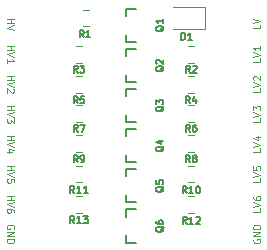
<source format=gbr>
G04 #@! TF.GenerationSoftware,KiCad,Pcbnew,(5.1.9)-1*
G04 #@! TF.CreationDate,2021-04-25T10:49:25+05:30*
G04 #@! TF.ProjectId,LOGIC LEVEL SHIFTER,4c4f4749-4320-44c4-9556-454c20534849,rev?*
G04 #@! TF.SameCoordinates,Original*
G04 #@! TF.FileFunction,Legend,Top*
G04 #@! TF.FilePolarity,Positive*
%FSLAX46Y46*%
G04 Gerber Fmt 4.6, Leading zero omitted, Abs format (unit mm)*
G04 Created by KiCad (PCBNEW (5.1.9)-1) date 2021-04-25 10:49:25*
%MOMM*%
%LPD*%
G01*
G04 APERTURE LIST*
%ADD10C,0.100000*%
%ADD11C,0.120000*%
%ADD12C,0.203200*%
%ADD13C,0.150000*%
G04 APERTURE END LIST*
D10*
X19871428Y-221428D02*
X19871428Y-507142D01*
X19271428Y-507142D01*
X19271428Y-107142D02*
X19871428Y92857D01*
X19271428Y292857D01*
X-1591428Y278571D02*
X-991428Y278571D01*
X-1277142Y278571D02*
X-1277142Y-64285D01*
X-1591428Y-64285D02*
X-991428Y-64285D01*
X-991428Y-264285D02*
X-1591428Y-464285D01*
X-991428Y-664285D01*
X-1020000Y-17472857D02*
X-991428Y-17415714D01*
X-991428Y-17330000D01*
X-1020000Y-17244285D01*
X-1077142Y-17187142D01*
X-1134285Y-17158571D01*
X-1248571Y-17130000D01*
X-1334285Y-17130000D01*
X-1448571Y-17158571D01*
X-1505714Y-17187142D01*
X-1562857Y-17244285D01*
X-1591428Y-17330000D01*
X-1591428Y-17387142D01*
X-1562857Y-17472857D01*
X-1534285Y-17501428D01*
X-1334285Y-17501428D01*
X-1334285Y-17387142D01*
X-1591428Y-17758571D02*
X-991428Y-17758571D01*
X-1591428Y-18101428D01*
X-991428Y-18101428D01*
X-1591428Y-18387142D02*
X-991428Y-18387142D01*
X-991428Y-18530000D01*
X-1020000Y-18615714D01*
X-1077142Y-18672857D01*
X-1134285Y-18701428D01*
X-1248571Y-18730000D01*
X-1334285Y-18730000D01*
X-1448571Y-18701428D01*
X-1505714Y-18672857D01*
X-1562857Y-18615714D01*
X-1591428Y-18530000D01*
X-1591428Y-18387142D01*
X-1591428Y-14675714D02*
X-991428Y-14675714D01*
X-1277142Y-14675714D02*
X-1277142Y-15018571D01*
X-1591428Y-15018571D02*
X-991428Y-15018571D01*
X-991428Y-15218571D02*
X-1591428Y-15418571D01*
X-991428Y-15618571D01*
X-991428Y-16075714D02*
X-991428Y-15961428D01*
X-1020000Y-15904285D01*
X-1048571Y-15875714D01*
X-1134285Y-15818571D01*
X-1248571Y-15790000D01*
X-1477142Y-15790000D01*
X-1534285Y-15818571D01*
X-1562857Y-15847142D01*
X-1591428Y-15904285D01*
X-1591428Y-16018571D01*
X-1562857Y-16075714D01*
X-1534285Y-16104285D01*
X-1477142Y-16132857D01*
X-1334285Y-16132857D01*
X-1277142Y-16104285D01*
X-1248571Y-16075714D01*
X-1220000Y-16018571D01*
X-1220000Y-15904285D01*
X-1248571Y-15847142D01*
X-1277142Y-15818571D01*
X-1334285Y-15790000D01*
X-1591428Y-12135714D02*
X-991428Y-12135714D01*
X-1277142Y-12135714D02*
X-1277142Y-12478571D01*
X-1591428Y-12478571D02*
X-991428Y-12478571D01*
X-991428Y-12678571D02*
X-1591428Y-12878571D01*
X-991428Y-13078571D01*
X-991428Y-13564285D02*
X-991428Y-13278571D01*
X-1277142Y-13250000D01*
X-1248571Y-13278571D01*
X-1220000Y-13335714D01*
X-1220000Y-13478571D01*
X-1248571Y-13535714D01*
X-1277142Y-13564285D01*
X-1334285Y-13592857D01*
X-1477142Y-13592857D01*
X-1534285Y-13564285D01*
X-1562857Y-13535714D01*
X-1591428Y-13478571D01*
X-1591428Y-13335714D01*
X-1562857Y-13278571D01*
X-1534285Y-13250000D01*
X-1591428Y-9595714D02*
X-991428Y-9595714D01*
X-1277142Y-9595714D02*
X-1277142Y-9938571D01*
X-1591428Y-9938571D02*
X-991428Y-9938571D01*
X-991428Y-10138571D02*
X-1591428Y-10338571D01*
X-991428Y-10538571D01*
X-1191428Y-10995714D02*
X-1591428Y-10995714D01*
X-962857Y-10852857D02*
X-1391428Y-10710000D01*
X-1391428Y-11081428D01*
X-1591428Y-7055714D02*
X-991428Y-7055714D01*
X-1277142Y-7055714D02*
X-1277142Y-7398571D01*
X-1591428Y-7398571D02*
X-991428Y-7398571D01*
X-991428Y-7598571D02*
X-1591428Y-7798571D01*
X-991428Y-7998571D01*
X-991428Y-8141428D02*
X-991428Y-8512857D01*
X-1220000Y-8312857D01*
X-1220000Y-8398571D01*
X-1248571Y-8455714D01*
X-1277142Y-8484285D01*
X-1334285Y-8512857D01*
X-1477142Y-8512857D01*
X-1534285Y-8484285D01*
X-1562857Y-8455714D01*
X-1591428Y-8398571D01*
X-1591428Y-8227142D01*
X-1562857Y-8170000D01*
X-1534285Y-8141428D01*
X-1591428Y-4515714D02*
X-991428Y-4515714D01*
X-1277142Y-4515714D02*
X-1277142Y-4858571D01*
X-1591428Y-4858571D02*
X-991428Y-4858571D01*
X-991428Y-5058571D02*
X-1591428Y-5258571D01*
X-991428Y-5458571D01*
X-1048571Y-5630000D02*
X-1020000Y-5658571D01*
X-991428Y-5715714D01*
X-991428Y-5858571D01*
X-1020000Y-5915714D01*
X-1048571Y-5944285D01*
X-1105714Y-5972857D01*
X-1162857Y-5972857D01*
X-1248571Y-5944285D01*
X-1591428Y-5601428D01*
X-1591428Y-5972857D01*
X-1591428Y-1975714D02*
X-991428Y-1975714D01*
X-1277142Y-1975714D02*
X-1277142Y-2318571D01*
X-1591428Y-2318571D02*
X-991428Y-2318571D01*
X-991428Y-2518571D02*
X-1591428Y-2718571D01*
X-991428Y-2918571D01*
X-1591428Y-3432857D02*
X-1591428Y-3090000D01*
X-1591428Y-3261428D02*
X-991428Y-3261428D01*
X-1077142Y-3204285D01*
X-1134285Y-3147142D01*
X-1162857Y-3090000D01*
X19300000Y-18387142D02*
X19271428Y-18444285D01*
X19271428Y-18530000D01*
X19300000Y-18615714D01*
X19357142Y-18672857D01*
X19414285Y-18701428D01*
X19528571Y-18730000D01*
X19614285Y-18730000D01*
X19728571Y-18701428D01*
X19785714Y-18672857D01*
X19842857Y-18615714D01*
X19871428Y-18530000D01*
X19871428Y-18472857D01*
X19842857Y-18387142D01*
X19814285Y-18358571D01*
X19614285Y-18358571D01*
X19614285Y-18472857D01*
X19871428Y-18101428D02*
X19271428Y-18101428D01*
X19871428Y-17758571D01*
X19271428Y-17758571D01*
X19871428Y-17472857D02*
X19271428Y-17472857D01*
X19271428Y-17330000D01*
X19300000Y-17244285D01*
X19357142Y-17187142D01*
X19414285Y-17158571D01*
X19528571Y-17130000D01*
X19614285Y-17130000D01*
X19728571Y-17158571D01*
X19785714Y-17187142D01*
X19842857Y-17244285D01*
X19871428Y-17330000D01*
X19871428Y-17472857D01*
X19871428Y-15747142D02*
X19871428Y-16032857D01*
X19271428Y-16032857D01*
X19271428Y-15632857D02*
X19871428Y-15432857D01*
X19271428Y-15232857D01*
X19271428Y-14775714D02*
X19271428Y-14890000D01*
X19300000Y-14947142D01*
X19328571Y-14975714D01*
X19414285Y-15032857D01*
X19528571Y-15061428D01*
X19757142Y-15061428D01*
X19814285Y-15032857D01*
X19842857Y-15004285D01*
X19871428Y-14947142D01*
X19871428Y-14832857D01*
X19842857Y-14775714D01*
X19814285Y-14747142D01*
X19757142Y-14718571D01*
X19614285Y-14718571D01*
X19557142Y-14747142D01*
X19528571Y-14775714D01*
X19500000Y-14832857D01*
X19500000Y-14947142D01*
X19528571Y-15004285D01*
X19557142Y-15032857D01*
X19614285Y-15061428D01*
X19871428Y-13207142D02*
X19871428Y-13492857D01*
X19271428Y-13492857D01*
X19271428Y-13092857D02*
X19871428Y-12892857D01*
X19271428Y-12692857D01*
X19271428Y-12207142D02*
X19271428Y-12492857D01*
X19557142Y-12521428D01*
X19528571Y-12492857D01*
X19500000Y-12435714D01*
X19500000Y-12292857D01*
X19528571Y-12235714D01*
X19557142Y-12207142D01*
X19614285Y-12178571D01*
X19757142Y-12178571D01*
X19814285Y-12207142D01*
X19842857Y-12235714D01*
X19871428Y-12292857D01*
X19871428Y-12435714D01*
X19842857Y-12492857D01*
X19814285Y-12521428D01*
X19871428Y-10667142D02*
X19871428Y-10952857D01*
X19271428Y-10952857D01*
X19271428Y-10552857D02*
X19871428Y-10352857D01*
X19271428Y-10152857D01*
X19471428Y-9695714D02*
X19871428Y-9695714D01*
X19242857Y-9838571D02*
X19671428Y-9981428D01*
X19671428Y-9610000D01*
X19871428Y-8127142D02*
X19871428Y-8412857D01*
X19271428Y-8412857D01*
X19271428Y-8012857D02*
X19871428Y-7812857D01*
X19271428Y-7612857D01*
X19271428Y-7470000D02*
X19271428Y-7098571D01*
X19500000Y-7298571D01*
X19500000Y-7212857D01*
X19528571Y-7155714D01*
X19557142Y-7127142D01*
X19614285Y-7098571D01*
X19757142Y-7098571D01*
X19814285Y-7127142D01*
X19842857Y-7155714D01*
X19871428Y-7212857D01*
X19871428Y-7384285D01*
X19842857Y-7441428D01*
X19814285Y-7470000D01*
X19871428Y-5587142D02*
X19871428Y-5872857D01*
X19271428Y-5872857D01*
X19271428Y-5472857D02*
X19871428Y-5272857D01*
X19271428Y-5072857D01*
X19328571Y-4901428D02*
X19300000Y-4872857D01*
X19271428Y-4815714D01*
X19271428Y-4672857D01*
X19300000Y-4615714D01*
X19328571Y-4587142D01*
X19385714Y-4558571D01*
X19442857Y-4558571D01*
X19528571Y-4587142D01*
X19871428Y-4930000D01*
X19871428Y-4558571D01*
X19871428Y-3047142D02*
X19871428Y-3332857D01*
X19271428Y-3332857D01*
X19271428Y-2932857D02*
X19871428Y-2732857D01*
X19271428Y-2532857D01*
X19871428Y-2018571D02*
X19871428Y-2361428D01*
X19871428Y-2190000D02*
X19271428Y-2190000D01*
X19357142Y-2247142D01*
X19414285Y-2304285D01*
X19442857Y-2361428D01*
D11*
X5321078Y-360000D02*
X4803922Y-360000D01*
X5321078Y1060000D02*
X4803922Y1060000D01*
X4241422Y-16110000D02*
X4758578Y-16110000D01*
X4241422Y-14690000D02*
X4758578Y-14690000D01*
X4241422Y-9590000D02*
X4758578Y-9590000D01*
X4241422Y-11010000D02*
X4758578Y-11010000D01*
X4241422Y-4540000D02*
X4758578Y-4540000D01*
X4241422Y-5960000D02*
X4758578Y-5960000D01*
X13741422Y-14690000D02*
X14258578Y-14690000D01*
X13741422Y-16110000D02*
X14258578Y-16110000D01*
X13741422Y-9590000D02*
X14258578Y-9590000D01*
X13741422Y-11010000D02*
X14258578Y-11010000D01*
X13741422Y-4540000D02*
X14258578Y-4540000D01*
X13741422Y-5960000D02*
X14258578Y-5960000D01*
X4241422Y-12140000D02*
X4758578Y-12140000D01*
X4241422Y-13560000D02*
X4758578Y-13560000D01*
X4241422Y-7040000D02*
X4758578Y-7040000D01*
X4241422Y-8460000D02*
X4758578Y-8460000D01*
X4241422Y-1990000D02*
X4758578Y-1990000D01*
X4241422Y-3410000D02*
X4758578Y-3410000D01*
X13741422Y-12140000D02*
X14258578Y-12140000D01*
X13741422Y-13560000D02*
X14258578Y-13560000D01*
X13741422Y-7040000D02*
X14258578Y-7040000D01*
X13741422Y-8460000D02*
X14258578Y-8460000D01*
X13741422Y-1990000D02*
X14258578Y-1990000D01*
X13741422Y-3410000D02*
X14258578Y-3410000D01*
D12*
X8511500Y-18047560D02*
X8511500Y-18649540D01*
X8511500Y-18649540D02*
X9309060Y-18649540D01*
X8511500Y-16452440D02*
X8511500Y-15850460D01*
X8511500Y-15850460D02*
X9309060Y-15850460D01*
X8511500Y-11247560D02*
X8511500Y-11849540D01*
X8511500Y-11849540D02*
X9309060Y-11849540D01*
X8511500Y-9652440D02*
X8511500Y-9050460D01*
X8511500Y-9050460D02*
X9309060Y-9050460D01*
X8511500Y-4447560D02*
X8511500Y-5049540D01*
X8511500Y-5049540D02*
X9309060Y-5049540D01*
X8511500Y-2852440D02*
X8511500Y-2250460D01*
X8511500Y-2250460D02*
X9309060Y-2250460D01*
X8511500Y-14647560D02*
X8511500Y-15249540D01*
X8511500Y-15249540D02*
X9309060Y-15249540D01*
X8511500Y-13052440D02*
X8511500Y-12450460D01*
X8511500Y-12450460D02*
X9309060Y-12450460D01*
X8511500Y-7847560D02*
X8511500Y-8449540D01*
X8511500Y-8449540D02*
X9309060Y-8449540D01*
X8511500Y-6252440D02*
X8511500Y-5650460D01*
X8511500Y-5650460D02*
X9309060Y-5650460D01*
X8511500Y-1047560D02*
X8511500Y-1649540D01*
X8511500Y-1649540D02*
X9309060Y-1649540D01*
X8511500Y547560D02*
X8511500Y1149540D01*
X8511500Y1149540D02*
X9309060Y1149540D01*
D11*
X12500000Y-610000D02*
X15185000Y-610000D01*
X15185000Y-610000D02*
X15185000Y1310000D01*
X15185000Y1310000D02*
X12500000Y1310000D01*
D13*
X4900000Y-1271428D02*
X4700000Y-985714D01*
X4557142Y-1271428D02*
X4557142Y-671428D01*
X4785714Y-671428D01*
X4842857Y-700000D01*
X4871428Y-728571D01*
X4900000Y-785714D01*
X4900000Y-871428D01*
X4871428Y-928571D01*
X4842857Y-957142D01*
X4785714Y-985714D01*
X4557142Y-985714D01*
X5471428Y-1271428D02*
X5128571Y-1271428D01*
X5300000Y-1271428D02*
X5300000Y-671428D01*
X5242857Y-757142D01*
X5185714Y-814285D01*
X5128571Y-842857D01*
X4114285Y-17021428D02*
X3914285Y-16735714D01*
X3771428Y-17021428D02*
X3771428Y-16421428D01*
X4000000Y-16421428D01*
X4057142Y-16450000D01*
X4085714Y-16478571D01*
X4114285Y-16535714D01*
X4114285Y-16621428D01*
X4085714Y-16678571D01*
X4057142Y-16707142D01*
X4000000Y-16735714D01*
X3771428Y-16735714D01*
X4685714Y-17021428D02*
X4342857Y-17021428D01*
X4514285Y-17021428D02*
X4514285Y-16421428D01*
X4457142Y-16507142D01*
X4400000Y-16564285D01*
X4342857Y-16592857D01*
X4885714Y-16421428D02*
X5257142Y-16421428D01*
X5057142Y-16650000D01*
X5142857Y-16650000D01*
X5200000Y-16678571D01*
X5228571Y-16707142D01*
X5257142Y-16764285D01*
X5257142Y-16907142D01*
X5228571Y-16964285D01*
X5200000Y-16992857D01*
X5142857Y-17021428D01*
X4971428Y-17021428D01*
X4914285Y-16992857D01*
X4885714Y-16964285D01*
X4400000Y-11871428D02*
X4200000Y-11585714D01*
X4057142Y-11871428D02*
X4057142Y-11271428D01*
X4285714Y-11271428D01*
X4342857Y-11300000D01*
X4371428Y-11328571D01*
X4400000Y-11385714D01*
X4400000Y-11471428D01*
X4371428Y-11528571D01*
X4342857Y-11557142D01*
X4285714Y-11585714D01*
X4057142Y-11585714D01*
X4685714Y-11871428D02*
X4800000Y-11871428D01*
X4857142Y-11842857D01*
X4885714Y-11814285D01*
X4942857Y-11728571D01*
X4971428Y-11614285D01*
X4971428Y-11385714D01*
X4942857Y-11328571D01*
X4914285Y-11300000D01*
X4857142Y-11271428D01*
X4742857Y-11271428D01*
X4685714Y-11300000D01*
X4657142Y-11328571D01*
X4628571Y-11385714D01*
X4628571Y-11528571D01*
X4657142Y-11585714D01*
X4685714Y-11614285D01*
X4742857Y-11642857D01*
X4857142Y-11642857D01*
X4914285Y-11614285D01*
X4942857Y-11585714D01*
X4971428Y-11528571D01*
X4400000Y-6871428D02*
X4200000Y-6585714D01*
X4057142Y-6871428D02*
X4057142Y-6271428D01*
X4285714Y-6271428D01*
X4342857Y-6300000D01*
X4371428Y-6328571D01*
X4400000Y-6385714D01*
X4400000Y-6471428D01*
X4371428Y-6528571D01*
X4342857Y-6557142D01*
X4285714Y-6585714D01*
X4057142Y-6585714D01*
X4942857Y-6271428D02*
X4657142Y-6271428D01*
X4628571Y-6557142D01*
X4657142Y-6528571D01*
X4714285Y-6500000D01*
X4857142Y-6500000D01*
X4914285Y-6528571D01*
X4942857Y-6557142D01*
X4971428Y-6614285D01*
X4971428Y-6757142D01*
X4942857Y-6814285D01*
X4914285Y-6842857D01*
X4857142Y-6871428D01*
X4714285Y-6871428D01*
X4657142Y-6842857D01*
X4628571Y-6814285D01*
X13614285Y-17071428D02*
X13414285Y-16785714D01*
X13271428Y-17071428D02*
X13271428Y-16471428D01*
X13500000Y-16471428D01*
X13557142Y-16500000D01*
X13585714Y-16528571D01*
X13614285Y-16585714D01*
X13614285Y-16671428D01*
X13585714Y-16728571D01*
X13557142Y-16757142D01*
X13500000Y-16785714D01*
X13271428Y-16785714D01*
X14185714Y-17071428D02*
X13842857Y-17071428D01*
X14014285Y-17071428D02*
X14014285Y-16471428D01*
X13957142Y-16557142D01*
X13900000Y-16614285D01*
X13842857Y-16642857D01*
X14414285Y-16528571D02*
X14442857Y-16500000D01*
X14500000Y-16471428D01*
X14642857Y-16471428D01*
X14700000Y-16500000D01*
X14728571Y-16528571D01*
X14757142Y-16585714D01*
X14757142Y-16642857D01*
X14728571Y-16728571D01*
X14385714Y-17071428D01*
X14757142Y-17071428D01*
X13900000Y-11871428D02*
X13700000Y-11585714D01*
X13557142Y-11871428D02*
X13557142Y-11271428D01*
X13785714Y-11271428D01*
X13842857Y-11300000D01*
X13871428Y-11328571D01*
X13900000Y-11385714D01*
X13900000Y-11471428D01*
X13871428Y-11528571D01*
X13842857Y-11557142D01*
X13785714Y-11585714D01*
X13557142Y-11585714D01*
X14242857Y-11528571D02*
X14185714Y-11500000D01*
X14157142Y-11471428D01*
X14128571Y-11414285D01*
X14128571Y-11385714D01*
X14157142Y-11328571D01*
X14185714Y-11300000D01*
X14242857Y-11271428D01*
X14357142Y-11271428D01*
X14414285Y-11300000D01*
X14442857Y-11328571D01*
X14471428Y-11385714D01*
X14471428Y-11414285D01*
X14442857Y-11471428D01*
X14414285Y-11500000D01*
X14357142Y-11528571D01*
X14242857Y-11528571D01*
X14185714Y-11557142D01*
X14157142Y-11585714D01*
X14128571Y-11642857D01*
X14128571Y-11757142D01*
X14157142Y-11814285D01*
X14185714Y-11842857D01*
X14242857Y-11871428D01*
X14357142Y-11871428D01*
X14414285Y-11842857D01*
X14442857Y-11814285D01*
X14471428Y-11757142D01*
X14471428Y-11642857D01*
X14442857Y-11585714D01*
X14414285Y-11557142D01*
X14357142Y-11528571D01*
X13900000Y-6871428D02*
X13700000Y-6585714D01*
X13557142Y-6871428D02*
X13557142Y-6271428D01*
X13785714Y-6271428D01*
X13842857Y-6300000D01*
X13871428Y-6328571D01*
X13900000Y-6385714D01*
X13900000Y-6471428D01*
X13871428Y-6528571D01*
X13842857Y-6557142D01*
X13785714Y-6585714D01*
X13557142Y-6585714D01*
X14414285Y-6471428D02*
X14414285Y-6871428D01*
X14271428Y-6242857D02*
X14128571Y-6671428D01*
X14500000Y-6671428D01*
X4114285Y-14471428D02*
X3914285Y-14185714D01*
X3771428Y-14471428D02*
X3771428Y-13871428D01*
X4000000Y-13871428D01*
X4057142Y-13900000D01*
X4085714Y-13928571D01*
X4114285Y-13985714D01*
X4114285Y-14071428D01*
X4085714Y-14128571D01*
X4057142Y-14157142D01*
X4000000Y-14185714D01*
X3771428Y-14185714D01*
X4685714Y-14471428D02*
X4342857Y-14471428D01*
X4514285Y-14471428D02*
X4514285Y-13871428D01*
X4457142Y-13957142D01*
X4400000Y-14014285D01*
X4342857Y-14042857D01*
X5257142Y-14471428D02*
X4914285Y-14471428D01*
X5085714Y-14471428D02*
X5085714Y-13871428D01*
X5028571Y-13957142D01*
X4971428Y-14014285D01*
X4914285Y-14042857D01*
X4400000Y-9271428D02*
X4200000Y-8985714D01*
X4057142Y-9271428D02*
X4057142Y-8671428D01*
X4285714Y-8671428D01*
X4342857Y-8700000D01*
X4371428Y-8728571D01*
X4400000Y-8785714D01*
X4400000Y-8871428D01*
X4371428Y-8928571D01*
X4342857Y-8957142D01*
X4285714Y-8985714D01*
X4057142Y-8985714D01*
X4600000Y-8671428D02*
X5000000Y-8671428D01*
X4742857Y-9271428D01*
X4400000Y-4271428D02*
X4200000Y-3985714D01*
X4057142Y-4271428D02*
X4057142Y-3671428D01*
X4285714Y-3671428D01*
X4342857Y-3700000D01*
X4371428Y-3728571D01*
X4400000Y-3785714D01*
X4400000Y-3871428D01*
X4371428Y-3928571D01*
X4342857Y-3957142D01*
X4285714Y-3985714D01*
X4057142Y-3985714D01*
X4600000Y-3671428D02*
X4971428Y-3671428D01*
X4771428Y-3900000D01*
X4857142Y-3900000D01*
X4914285Y-3928571D01*
X4942857Y-3957142D01*
X4971428Y-4014285D01*
X4971428Y-4157142D01*
X4942857Y-4214285D01*
X4914285Y-4242857D01*
X4857142Y-4271428D01*
X4685714Y-4271428D01*
X4628571Y-4242857D01*
X4600000Y-4214285D01*
X13614285Y-14471428D02*
X13414285Y-14185714D01*
X13271428Y-14471428D02*
X13271428Y-13871428D01*
X13500000Y-13871428D01*
X13557142Y-13900000D01*
X13585714Y-13928571D01*
X13614285Y-13985714D01*
X13614285Y-14071428D01*
X13585714Y-14128571D01*
X13557142Y-14157142D01*
X13500000Y-14185714D01*
X13271428Y-14185714D01*
X14185714Y-14471428D02*
X13842857Y-14471428D01*
X14014285Y-14471428D02*
X14014285Y-13871428D01*
X13957142Y-13957142D01*
X13900000Y-14014285D01*
X13842857Y-14042857D01*
X14557142Y-13871428D02*
X14614285Y-13871428D01*
X14671428Y-13900000D01*
X14700000Y-13928571D01*
X14728571Y-13985714D01*
X14757142Y-14100000D01*
X14757142Y-14242857D01*
X14728571Y-14357142D01*
X14700000Y-14414285D01*
X14671428Y-14442857D01*
X14614285Y-14471428D01*
X14557142Y-14471428D01*
X14500000Y-14442857D01*
X14471428Y-14414285D01*
X14442857Y-14357142D01*
X14414285Y-14242857D01*
X14414285Y-14100000D01*
X14442857Y-13985714D01*
X14471428Y-13928571D01*
X14500000Y-13900000D01*
X14557142Y-13871428D01*
X13900000Y-9271428D02*
X13700000Y-8985714D01*
X13557142Y-9271428D02*
X13557142Y-8671428D01*
X13785714Y-8671428D01*
X13842857Y-8700000D01*
X13871428Y-8728571D01*
X13900000Y-8785714D01*
X13900000Y-8871428D01*
X13871428Y-8928571D01*
X13842857Y-8957142D01*
X13785714Y-8985714D01*
X13557142Y-8985714D01*
X14414285Y-8671428D02*
X14300000Y-8671428D01*
X14242857Y-8700000D01*
X14214285Y-8728571D01*
X14157142Y-8814285D01*
X14128571Y-8928571D01*
X14128571Y-9157142D01*
X14157142Y-9214285D01*
X14185714Y-9242857D01*
X14242857Y-9271428D01*
X14357142Y-9271428D01*
X14414285Y-9242857D01*
X14442857Y-9214285D01*
X14471428Y-9157142D01*
X14471428Y-9014285D01*
X14442857Y-8957142D01*
X14414285Y-8928571D01*
X14357142Y-8900000D01*
X14242857Y-8900000D01*
X14185714Y-8928571D01*
X14157142Y-8957142D01*
X14128571Y-9014285D01*
X13900000Y-4271428D02*
X13700000Y-3985714D01*
X13557142Y-4271428D02*
X13557142Y-3671428D01*
X13785714Y-3671428D01*
X13842857Y-3700000D01*
X13871428Y-3728571D01*
X13900000Y-3785714D01*
X13900000Y-3871428D01*
X13871428Y-3928571D01*
X13842857Y-3957142D01*
X13785714Y-3985714D01*
X13557142Y-3985714D01*
X14128571Y-3728571D02*
X14157142Y-3700000D01*
X14214285Y-3671428D01*
X14357142Y-3671428D01*
X14414285Y-3700000D01*
X14442857Y-3728571D01*
X14471428Y-3785714D01*
X14471428Y-3842857D01*
X14442857Y-3928571D01*
X14100000Y-4271428D01*
X14471428Y-4271428D01*
X11678571Y-17307142D02*
X11650000Y-17364285D01*
X11592857Y-17421428D01*
X11507142Y-17507142D01*
X11478571Y-17564285D01*
X11478571Y-17621428D01*
X11621428Y-17592857D02*
X11592857Y-17650000D01*
X11535714Y-17707142D01*
X11421428Y-17735714D01*
X11221428Y-17735714D01*
X11107142Y-17707142D01*
X11050000Y-17650000D01*
X11021428Y-17592857D01*
X11021428Y-17478571D01*
X11050000Y-17421428D01*
X11107142Y-17364285D01*
X11221428Y-17335714D01*
X11421428Y-17335714D01*
X11535714Y-17364285D01*
X11592857Y-17421428D01*
X11621428Y-17478571D01*
X11621428Y-17592857D01*
X11021428Y-16821428D02*
X11021428Y-16935714D01*
X11050000Y-16992857D01*
X11078571Y-17021428D01*
X11164285Y-17078571D01*
X11278571Y-17107142D01*
X11507142Y-17107142D01*
X11564285Y-17078571D01*
X11592857Y-17050000D01*
X11621428Y-16992857D01*
X11621428Y-16878571D01*
X11592857Y-16821428D01*
X11564285Y-16792857D01*
X11507142Y-16764285D01*
X11364285Y-16764285D01*
X11307142Y-16792857D01*
X11278571Y-16821428D01*
X11250000Y-16878571D01*
X11250000Y-16992857D01*
X11278571Y-17050000D01*
X11307142Y-17078571D01*
X11364285Y-17107142D01*
X11678571Y-10507142D02*
X11650000Y-10564285D01*
X11592857Y-10621428D01*
X11507142Y-10707142D01*
X11478571Y-10764285D01*
X11478571Y-10821428D01*
X11621428Y-10792857D02*
X11592857Y-10850000D01*
X11535714Y-10907142D01*
X11421428Y-10935714D01*
X11221428Y-10935714D01*
X11107142Y-10907142D01*
X11050000Y-10850000D01*
X11021428Y-10792857D01*
X11021428Y-10678571D01*
X11050000Y-10621428D01*
X11107142Y-10564285D01*
X11221428Y-10535714D01*
X11421428Y-10535714D01*
X11535714Y-10564285D01*
X11592857Y-10621428D01*
X11621428Y-10678571D01*
X11621428Y-10792857D01*
X11221428Y-10021428D02*
X11621428Y-10021428D01*
X10992857Y-10164285D02*
X11421428Y-10307142D01*
X11421428Y-9935714D01*
X11678571Y-3707142D02*
X11650000Y-3764285D01*
X11592857Y-3821428D01*
X11507142Y-3907142D01*
X11478571Y-3964285D01*
X11478571Y-4021428D01*
X11621428Y-3992857D02*
X11592857Y-4050000D01*
X11535714Y-4107142D01*
X11421428Y-4135714D01*
X11221428Y-4135714D01*
X11107142Y-4107142D01*
X11050000Y-4050000D01*
X11021428Y-3992857D01*
X11021428Y-3878571D01*
X11050000Y-3821428D01*
X11107142Y-3764285D01*
X11221428Y-3735714D01*
X11421428Y-3735714D01*
X11535714Y-3764285D01*
X11592857Y-3821428D01*
X11621428Y-3878571D01*
X11621428Y-3992857D01*
X11078571Y-3507142D02*
X11050000Y-3478571D01*
X11021428Y-3421428D01*
X11021428Y-3278571D01*
X11050000Y-3221428D01*
X11078571Y-3192857D01*
X11135714Y-3164285D01*
X11192857Y-3164285D01*
X11278571Y-3192857D01*
X11621428Y-3535714D01*
X11621428Y-3164285D01*
X11678571Y-13907142D02*
X11650000Y-13964285D01*
X11592857Y-14021428D01*
X11507142Y-14107142D01*
X11478571Y-14164285D01*
X11478571Y-14221428D01*
X11621428Y-14192857D02*
X11592857Y-14250000D01*
X11535714Y-14307142D01*
X11421428Y-14335714D01*
X11221428Y-14335714D01*
X11107142Y-14307142D01*
X11050000Y-14250000D01*
X11021428Y-14192857D01*
X11021428Y-14078571D01*
X11050000Y-14021428D01*
X11107142Y-13964285D01*
X11221428Y-13935714D01*
X11421428Y-13935714D01*
X11535714Y-13964285D01*
X11592857Y-14021428D01*
X11621428Y-14078571D01*
X11621428Y-14192857D01*
X11021428Y-13392857D02*
X11021428Y-13678571D01*
X11307142Y-13707142D01*
X11278571Y-13678571D01*
X11250000Y-13621428D01*
X11250000Y-13478571D01*
X11278571Y-13421428D01*
X11307142Y-13392857D01*
X11364285Y-13364285D01*
X11507142Y-13364285D01*
X11564285Y-13392857D01*
X11592857Y-13421428D01*
X11621428Y-13478571D01*
X11621428Y-13621428D01*
X11592857Y-13678571D01*
X11564285Y-13707142D01*
X11678571Y-7107142D02*
X11650000Y-7164285D01*
X11592857Y-7221428D01*
X11507142Y-7307142D01*
X11478571Y-7364285D01*
X11478571Y-7421428D01*
X11621428Y-7392857D02*
X11592857Y-7450000D01*
X11535714Y-7507142D01*
X11421428Y-7535714D01*
X11221428Y-7535714D01*
X11107142Y-7507142D01*
X11050000Y-7450000D01*
X11021428Y-7392857D01*
X11021428Y-7278571D01*
X11050000Y-7221428D01*
X11107142Y-7164285D01*
X11221428Y-7135714D01*
X11421428Y-7135714D01*
X11535714Y-7164285D01*
X11592857Y-7221428D01*
X11621428Y-7278571D01*
X11621428Y-7392857D01*
X11021428Y-6935714D02*
X11021428Y-6564285D01*
X11250000Y-6764285D01*
X11250000Y-6678571D01*
X11278571Y-6621428D01*
X11307142Y-6592857D01*
X11364285Y-6564285D01*
X11507142Y-6564285D01*
X11564285Y-6592857D01*
X11592857Y-6621428D01*
X11621428Y-6678571D01*
X11621428Y-6850000D01*
X11592857Y-6907142D01*
X11564285Y-6935714D01*
X11678571Y-307142D02*
X11650000Y-364285D01*
X11592857Y-421428D01*
X11507142Y-507142D01*
X11478571Y-564285D01*
X11478571Y-621428D01*
X11621428Y-592857D02*
X11592857Y-650000D01*
X11535714Y-707142D01*
X11421428Y-735714D01*
X11221428Y-735714D01*
X11107142Y-707142D01*
X11050000Y-650000D01*
X11021428Y-592857D01*
X11021428Y-478571D01*
X11050000Y-421428D01*
X11107142Y-364285D01*
X11221428Y-335714D01*
X11421428Y-335714D01*
X11535714Y-364285D01*
X11592857Y-421428D01*
X11621428Y-478571D01*
X11621428Y-592857D01*
X11621428Y235714D02*
X11621428Y-107142D01*
X11621428Y64285D02*
X11021428Y64285D01*
X11107142Y7142D01*
X11164285Y-50000D01*
X11192857Y-107142D01*
X13157142Y-1471428D02*
X13157142Y-871428D01*
X13300000Y-871428D01*
X13385714Y-900000D01*
X13442857Y-957142D01*
X13471428Y-1014285D01*
X13500000Y-1128571D01*
X13500000Y-1214285D01*
X13471428Y-1328571D01*
X13442857Y-1385714D01*
X13385714Y-1442857D01*
X13300000Y-1471428D01*
X13157142Y-1471428D01*
X14071428Y-1471428D02*
X13728571Y-1471428D01*
X13900000Y-1471428D02*
X13900000Y-871428D01*
X13842857Y-957142D01*
X13785714Y-1014285D01*
X13728571Y-1042857D01*
M02*

</source>
